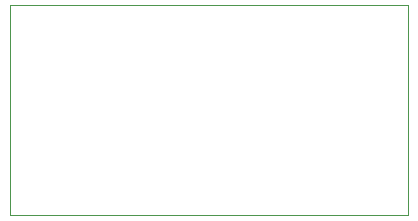
<source format=gbr>
G04 #@! TF.GenerationSoftware,KiCad,Pcbnew,5.1.5+dfsg1-2build2*
G04 #@! TF.CreationDate,2021-03-15T22:22:59+01:00*
G04 #@! TF.ProjectId,ProMicro_ESP,50726f4d-6963-4726-9f5f-4553502e6b69,v1.0*
G04 #@! TF.SameCoordinates,Original*
G04 #@! TF.FileFunction,Profile,NP*
%FSLAX46Y46*%
G04 Gerber Fmt 4.6, Leading zero omitted, Abs format (unit mm)*
G04 Created by KiCad*
%MOMM*%
%LPD*%
G04 APERTURE LIST*
%ADD10C,0.050000*%
G04 APERTURE END LIST*
D10*
X120015000Y-78740000D02*
X120015000Y-96520000D01*
X153670000Y-78740000D02*
X120015000Y-78740000D01*
X153670000Y-96520000D02*
X153670000Y-78740000D01*
X120015000Y-96520000D02*
X153670000Y-96520000D01*
M02*

</source>
